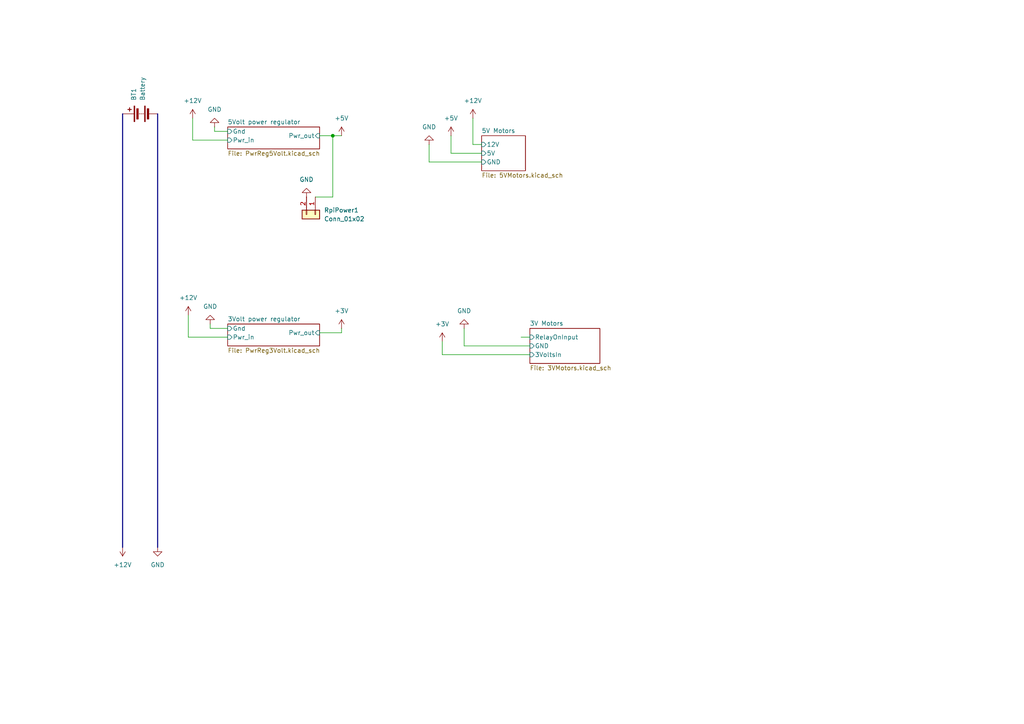
<source format=kicad_sch>
(kicad_sch (version 20231120) (generator "eeschema") (generator_version "8.0")
  (paper "A4")
  (lib_symbols
    (symbol "Connector_Generic:Conn_01x02" (pin_names (offset 1.016) hide)
      (property "Reference" "J" (at 0 2.54 0))
      (property "Value" "Conn_01x02" (at 0 -5.08 0))
      (symbol "Conn_01x02_1_1"
        (rectangle (start -1.27 -2.413) (end 0 -2.667) (stroke (width 0.1524)))
        (rectangle (start -1.27 0.127) (end 0 -0.127) (stroke (width 0.1524)))
        (rectangle (start -1.27 1.27) (end 1.27 -3.81) (stroke (width 0.254)) (fill (type background)))
        (pin passive line (at -5.08 0 0) (length 3.81) (name "Pin_1") (number "1"))
        (pin passive line (at -5.08 -2.54 0) (length 3.81) (name "Pin_2") (number "2"))
      )
    )
    (symbol "Device:Battery" (pin_numbers hide) (pin_names (offset 0) hide)
      (property "Reference" "BT" (at 2.54 2.54 0))
      (property "Value" "Battery" (at 2.54 0 0))
      (symbol "Battery_0_1"
        (rectangle (start -2.286 -1.27) (end 2.286 -1.524) (fill (type outline)))
        (rectangle (start -2.286 1.778) (end 2.286 1.524) (fill (type outline)))
        (rectangle (start -1.524 -2.032) (end 1.524 -2.54) (fill (type outline)))
        (rectangle (start -1.524 1.016) (end 1.524 0.508) (fill (type outline)))
        (polyline (pts (xy 0 -1.016) (xy 0 -0.762)))
        (polyline (pts (xy 0 -0.508) (xy 0 -0.254)))
        (polyline (pts (xy 0 0) (xy 0 0.254)))
        (polyline (pts (xy 0 1.778) (xy 0 2.54)))
        (polyline (pts (xy 0.762 3.048) (xy 1.778 3.048)) (stroke (width 0.254)))
        (polyline (pts (xy 1.27 3.556) (xy 1.27 2.54)) (stroke (width 0.254)))
      )
      (symbol "Battery_1_1"
        (pin passive line (at 0 5.08 270) (length 2.54) (name "+") (number "1"))
        (pin passive line (at 0 -5.08 90) (length 2.54) (name "-") (number "2"))
      )
    )
    (symbol "power:+12V" (power) (pin_numbers hide) (pin_names (offset 0) hide)
      (property "Value" "+12V" (at 0 3.556 0))
      (symbol "+12V_0_1"
        (polyline (pts (xy -0.762 1.27) (xy 0 2.54)))
        (polyline (pts (xy 0 0) (xy 0 2.54)))
        (polyline (pts (xy 0 2.54) (xy 0.762 1.27)))
      )
      (symbol "+12V_1_1"
        (pin power_in line (at 0 0 90) (length 0) (name "~") (number "1"))
      )
    )
    (symbol "power:+3.3V" (power) (pin_numbers hide) (pin_names (offset 0) hide)
      (property "Value" "+3.3V" (at 0 3.556 0))
      (symbol "+3.3V_0_1"
        (polyline (pts (xy -0.762 1.27) (xy 0 2.54)))
        (polyline (pts (xy 0 0) (xy 0 2.54)))
        (polyline (pts (xy 0 2.54) (xy 0.762 1.27)))
      )
      (symbol "+3.3V_1_1"
        (pin power_in line (at 0 0 90) (length 0) (name "~") (number "1"))
      )
    )
    (symbol "power:+5V" (power) (pin_numbers hide) (pin_names (offset 0) hide)
      (property "Value" "+5V" (at 0 3.556 0))
      (symbol "+5V_0_1"
        (polyline (pts (xy -0.762 1.27) (xy 0 2.54)))
        (polyline (pts (xy 0 0) (xy 0 2.54)))
        (polyline (pts (xy 0 2.54) (xy 0.762 1.27)))
      )
      (symbol "+5V_1_1"
        (pin power_in line (at 0 0 90) (length 0) (name "~") (number "1"))
      )
    )
    (symbol "power:GND" (power) (pin_numbers hide) (pin_names (offset 0) hide)
      (property "Value" "GND" (at 0 -3.81 0))
      (symbol "GND_0_1"
        (polyline (pts (xy 0 0) (xy 0 -1.27) (xy 1.27 -1.27) (xy 0 -2.54) (xy -1.27 -1.27) (xy 0 -1.27)))
      )
      (symbol "GND_1_1"
        (pin power_in line (at 0 0 270) (length 0) (name "~") (number "1"))
      )
    )
  )
  (junction (at 96.52 39.37))
  (wire (pts (xy 153.67 102.87) (xy 128.27 102.87)))
  (wire (pts (xy 139.7 41.91) (xy 137.16 41.91)))
  (wire (pts (xy 96.52 39.37) (xy 99.06 39.37)))
  (wire (pts (xy 62.23 38.1) (xy 62.23 36.83)))
  (wire (pts (xy 151.13 97.79) (xy 153.67 97.79)))
  (wire (pts (xy 128.27 102.87) (xy 128.27 99.06)))
  (wire (pts (xy 130.81 44.45) (xy 130.81 39.37)))
  (wire (pts (xy 96.52 57.15) (xy 91.44 57.15)))
  (bus (pts (xy 45.72 33.02) (xy 45.72 158.75)))
  (wire (pts (xy 66.04 97.79) (xy 54.61 97.79)))
  (bus (pts (xy 35.56 33.02) (xy 35.56 158.75)))
  (wire (pts (xy 137.16 41.91) (xy 137.16 34.29)))
  (wire (pts (xy 92.71 96.52) (xy 99.06 96.52)))
  (wire (pts (xy 139.7 44.45) (xy 130.81 44.45)))
  (wire (pts (xy 66.04 38.1) (xy 62.23 38.1)))
  (wire (pts (xy 55.88 40.64) (xy 55.88 34.29)))
  (wire (pts (xy 124.46 46.99) (xy 139.7 46.99)))
  (wire (pts (xy 66.04 95.25) (xy 60.96 95.25)))
  (wire (pts (xy 60.96 95.25) (xy 60.96 93.98)))
  (wire (pts (xy 92.71 39.37) (xy 96.52 39.37)))
  (wire (pts (xy 153.67 100.33) (xy 134.62 100.33)))
  (wire (pts (xy 54.61 97.79) (xy 54.61 91.44)))
  (wire (pts (xy 66.04 40.64) (xy 55.88 40.64)))
  (wire (pts (xy 124.46 41.91) (xy 124.46 46.99)))
  (wire (pts (xy 99.06 96.52) (xy 99.06 95.25)))
  (wire (pts (xy 134.62 100.33) (xy 134.62 95.25)))
  (wire (pts (xy 96.52 39.37) (xy 96.52 57.15)))
  (symbol (lib_id "power:+5V") (at 99.06 39.37 0) (unit 1)
    (property "Reference" "#PWR03" (effects (hide yes)))
    (property "Value" "+5V" (at 99.06 34.29 0))
    (property "Description" "Power symbol creates a global label with name \"+5V\"" (effects (hide yes)))
  )
  (symbol (lib_id "power:+12V") (at 54.61 91.44 0) (unit 1)
    (property "Reference" "#PWR014" (effects (hide yes)))
    (property "Value" "+12V" (at 54.61 86.36 0))
    (property "Description" "Power symbol creates a global label with name \"+12V\"" (effects (hide yes)))
  )
  (symbol (lib_id "power:+3.3V") (at 99.06 95.25 0) (unit 1)
    (property "Reference" "#PWR09" (effects (hide yes)))
    (property "Value" "+3V" (at 99.06 90.17 0))
    (property "Description" "Power symbol creates a global label with name \"+3.3V\"" (effects (hide yes)))
  )
  (symbol (lib_id "power:+5V") (at 130.81 39.37 0) (unit 1)
    (property "Reference" "#PWR06" (effects (hide yes)))
    (property "Value" "+5V" (at 130.81 34.29 0))
    (property "Description" "Power symbol creates a global label with name \"+5V\"" (effects (hide yes)))
  )
  (symbol (lib_id "power:GND") (at 62.23 36.83 180) (unit 1)
    (property "Reference" "#PWR013" (effects (hide yes)))
    (property "Value" "GND" (at 62.23 31.75 0))
    (property "Description" "Power symbol creates a global label with name \"GND\" , ground" (effects (hide yes)))
  )
  (symbol (lib_id "power:+3.3V") (at 128.27 99.06 0) (unit 1)
    (property "Reference" "#PWR011" (effects (hide yes)))
    (property "Value" "+3V" (at 128.27 93.98 0))
    (property "Description" "Power symbol creates a global label with name \"+3.3V\"" (effects (hide yes)))
  )
  (symbol (lib_id "power:GND") (at 134.62 95.25 180) (unit 1)
    (property "Reference" "#PWR010" (effects (hide yes)))
    (property "Value" "GND" (at 134.62 90.17 0))
    (property "Description" "Power symbol creates a global label with name \"GND\" , ground" (effects (hide yes)))
  )
  (symbol (lib_id "power:+12V") (at 55.88 34.29 0) (unit 1)
    (property "Reference" "#PWR012" (effects (hide yes)))
    (property "Value" "+12V" (at 55.88 29.21 0))
    (property "Description" "Power symbol creates a global label with name \"+12V\"" (effects (hide yes)))
  )
  (symbol (lib_id "power:GND") (at 88.9 57.15 180) (unit 1)
    (property "Reference" "#PWR016" (effects (hide yes)))
    (property "Value" "GND" (at 88.9 52.07 0))
    (property "Description" "Power symbol creates a global label with name \"GND\" , ground" (effects (hide yes)))
  )
  (symbol (lib_id "Connector_Generic:Conn_01x02") (at 91.44 62.23 270) (unit 1)
    (property "Reference" "RpiPower1" (at 93.98 60.9599 90) (effects (justify left)))
    (property "Value" "Conn_01x02" (at 93.98 63.4999 90) (effects (justify left)))
    (property "Footprint" "Connector_PinHeader_2.54mm:PinHeader_1x02_P2.54mm_Vertical" (effects (hide yes)))
    (property "Description" "Generic connector, single row, 01x02, script generated (kicad-library-utils/schlib/autogen/connector/)" (effects (hide yes)))
  )
  (symbol (lib_id "Device:Battery") (at 40.64 33.02 90) (unit 1)
    (property "Reference" "BT1" (at 38.7984 29.21 0) (effects (justify left)))
    (property "Value" "Battery" (at 41.3384 29.21 0) (effects (justify left)))
    (property "Footprint" "Connector_BarrelJack:BarrelJack_CUI_PJ-102AH_Horizontal" (effects (hide yes)))
    (property "Description" "Multiple-cell battery" (effects (hide yes)))
  )
  (symbol (lib_id "power:GND") (at 45.72 158.75 0) (unit 1)
    (property "Reference" "#PWR02" (effects (hide yes)))
    (property "Value" "GND" (at 45.72 163.83 0))
    (property "Description" "Power symbol creates a global label with name \"GND\" , ground" (effects (hide yes)))
  )
  (symbol (lib_id "power:GND") (at 60.96 93.98 180) (unit 1)
    (property "Reference" "#PWR015" (effects (hide yes)))
    (property "Value" "GND" (at 60.96 88.9 0))
    (property "Description" "Power symbol creates a global label with name \"GND\" , ground" (effects (hide yes)))
  )
  (symbol (lib_id "power:+12V") (at 35.56 158.75 180) (unit 1)
    (property "Reference" "#PWR01" (effects (hide yes)))
    (property "Value" "+12V" (at 35.56 163.83 0))
    (property "Description" "Power symbol creates a global label with name \"+12V\"" (effects (hide yes)))
  )
  (symbol (lib_id "power:+12V") (at 137.16 34.29 0) (unit 1)
    (property "Reference" "#PWR07" (effects (hide yes)))
    (property "Value" "+12V" (at 137.16 29.21 0))
    (property "Description" "Power symbol creates a global label with name \"+12V\"" (effects (hide yes)))
  )
  (symbol (lib_id "power:GND") (at 124.46 41.91 180) (unit 1)
    (property "Reference" "#PWR08" (effects (hide yes)))
    (property "Value" "GND" (at 124.46 36.83 0))
    (property "Description" "Power symbol creates a global label with name \"GND\" , ground" (effects (hide yes)))
  )
  (sheet (at 66.04 93.98) (size 26.67 6.35) (stroke (width 0.1524))
    (property "Sheetname" "3Volt power regulator" (at 66.04 93.2684 0) (effects (justify left bottom)))
    (property "Sheetfile" "PwrReg3Volt.kicad_sch" (at 66.04 100.9146 0) (effects (justify left top)))
    (pin "Pwr_in" input (at 66.04 97.79 180))
    (pin "Gnd" input (at 66.04 95.25 180))
    (pin "Pwr_out" input (at 92.71 96.52 0))
  )
  (sheet (at 153.67 95.25) (size 20.32 10.16) (stroke (width 0.1524))
    (property "Sheetname" "3V Motors" (at 153.67 94.5384 0) (effects (justify left bottom)))
    (property "Sheetfile" "3VMotors.kicad_sch" (at 153.67 105.9946 0) (effects (justify left top)))
    (pin "GND" input (at 153.67 100.33 180))
    (pin "RelayOnInput" input (at 153.67 97.79 180))
    (pin "3VoltsIn" input (at 153.67 102.87 180))
  )
  (sheet (at 66.04 36.83) (size 26.67 6.35) (stroke (width 0.1524))
    (property "Sheetname" "5Volt power regulator" (at 66.04 36.1184 0) (effects (justify left bottom)))
    (property "Sheetfile" "PwrReg5Volt.kicad_sch" (at 66.04 43.7646 0) (effects (justify left top)))
    (pin "Pwr_in" input (at 66.04 40.64 180))
    (pin "Gnd" input (at 66.04 38.1 180))
    (pin "Pwr_out" input (at 92.71 39.37 0))
  )
  (sheet (at 139.7 39.37) (size 12.7 10.16) (stroke (width 0.1524))
    (property "Sheetname" "5V Motors" (at 139.7 38.6584 0) (effects (justify left bottom)))
    (property "Sheetfile" "5VMotors.kicad_sch" (at 139.7 50.1146 0) (effects (justify left top)))
    (pin "12V" input (at 139.7 41.91 180))
    (pin "5V" input (at 139.7 44.45 180))
    (pin "GND" input (at 139.7 46.99 180))
  )
)
</source>
